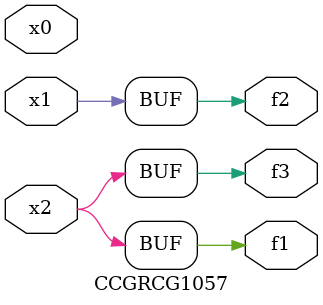
<source format=v>
module CCGRCG1057(
	input x0, x1, x2,
	output f1, f2, f3
);
	assign f1 = x2;
	assign f2 = x1;
	assign f3 = x2;
endmodule

</source>
